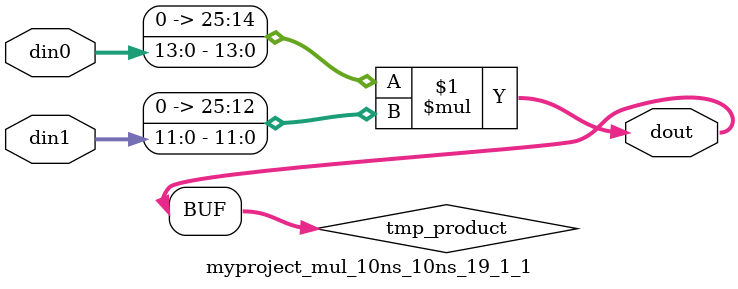
<source format=v>

`timescale 1 ns / 1 ps

 module myproject_mul_10ns_10ns_19_1_1(din0, din1, dout);
parameter ID = 1;
parameter NUM_STAGE = 0;
parameter din0_WIDTH = 14;
parameter din1_WIDTH = 12;
parameter dout_WIDTH = 26;

input [din0_WIDTH - 1 : 0] din0; 
input [din1_WIDTH - 1 : 0] din1; 
output [dout_WIDTH - 1 : 0] dout;

wire signed [dout_WIDTH - 1 : 0] tmp_product;
























assign tmp_product = $signed({1'b0, din0}) * $signed({1'b0, din1});











assign dout = tmp_product;





















endmodule

</source>
